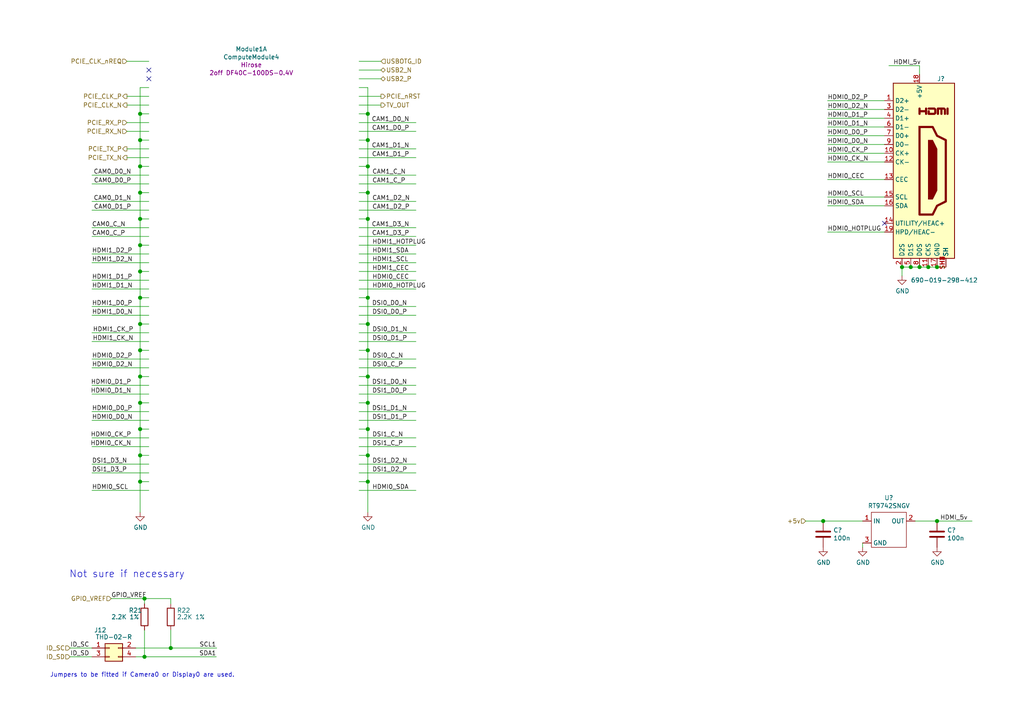
<source format=kicad_sch>
(kicad_sch (version 20250114) (generator "eeschema") (generator_version "9.0")
  (paper "A4")
  (lib_symbols
    (symbol "CM4IO:ComputeModule4-CM4"
      (property "Reference" "Module" (at 113.03 -68.58 0))
      (property "Value" "ComputeModule4-CM4" (at 140.97 2.54 0))
      (property "Field4" "Hirose" (at 0 0 0))
      (property "Field5" "2x DF40C-100DS-0.4V" (at 0 -2.54 0))
      (symbol "ComputeModule4-CM4_1_0"
        (text "GPIO" (at 0 6.35 0) (effects (font (size 1.27 1.27))))
      )
      (symbol "ComputeModule4-CM4_1_1"
        (rectangle (start -30.48 -71.12) (end 25.4 58.42))
        (text "600mA Max" (at -8.89 -48.26 0) (effects (font (size 1.27 1.27))))
        (text "600mA Max" (at -8.89 -53.34 0) (effects (font (size 1.27 1.27))))
        (text "NB SD signals are only available" (at -1.27 -27.94 0) (effects (font (size 1.27 1.27))))
        (text "on modules without eMMC" (at -1.27 -30.48 0) (effects (font (size 1.27 1.27))))
        (pin power_in line (at -33.02 55.88 0) (length 2.54) (name "GND") (number "2"))
        (pin passive line (at -33.02 53.34 0) (length 2.54) (name "Ethernet_Pair1_P") (number "4"))
        (pin passive line (at -33.02 50.8 0) (length 2.54) (name "Ethernet_Pair1_N") (number "6"))
        (pin power_in line (at -33.02 48.26 0) (length 2.54) (name "GND") (number "8"))
        (pin passive line (at -33.02 45.72 0) (length 2.54) (name "Ethernet_Pair0_N") (number "10"))
        (pin passive line (at -33.02 43.18 0) (length 2.54) (name "Ethernet_Pair0_P") (number "12"))
        (pin power_in line (at -33.02 40.64 0) (length 2.54) (name "GND") (number "14"))
        (pin input line (at -33.02 38.1 0) (length 2.54) (name "Ethernet_SYNC_IN(1.8v)") (number "16"))
        (pin input line (at -33.02 35.56 0) (length 2.54) (name "Ethernet_SYNC_OUT(1.8v)") (number "18"))
        (pin passive line (at -33.02 33.02 0) (length 2.54) (name "EEPROM_nWP") (number "20"))
        (pin power_in line (at -33.02 30.48 0) (length 2.54) (name "GND") (number "22"))
        (pin passive line (at -33.02 27.94 0) (length 2.54) (name "GPIO26") (number "24"))
        (pin passive line (at -33.02 25.4 0) (length 2.54) (name "GPIO19") (number "26"))
        (pin passive line (at -33.02 22.86 0) (length 2.54) (name "GPIO13") (number "28"))
        (pin passive line (at -33.02 20.32 0) (length 2.54) (name "GPIO6") (number "30"))
        (pin power_in line (at -33.02 17.78 0) (length 2.54) (name "GND") (number "32"))
        (pin passive line (at -33.02 15.24 0) (length 2.54) (name "GPIO5") (number "34"))
        (pin passive line (at -33.02 12.7 0) (length 2.54) (name "ID_SD") (number "36"))
        (pin passive line (at -33.02 10.16 0) (length 2.54) (name "GPIO11") (number "38"))
        (pin passive line (at -33.02 7.62 0) (length 2.54) (name "GPIO9") (number "40"))
        (pin power_in line (at -33.02 5.08 0) (length 2.54) (name "GND") (number "42"))
        (pin passive line (at -33.02 2.54 0) (length 2.54) (name "GPIO10") (number "44"))
        (pin passive line (at -33.02 0 0) (length 2.54) (name "GPIO22") (number "46"))
        (pin passive line (at -33.02 -2.54 0) (length 2.54) (name "GPIO27") (number "48"))
        (pin passive line (at -33.02 -5.08 0) (length 2.54) (name "GPIO17") (number "50"))
        (pin power_in line (at -33.02 -7.62 0) (length 2.54) (name "GND") (number "52"))
        (pin passive line (at -33.02 -10.16 0) (length 2.54) (name "GPIO4") (number "54"))
        (pin passive line (at -33.02 -12.7 0) (length 2.54) (name "GPIO3") (number "56"))
        (pin passive line (at -33.02 -15.24 0) (length 2.54) (name "GPIO2") (number "58"))
        (pin power_in line (at -33.02 -17.78 0) (length 2.54) (name "GND") (number "60"))
        (pin passive line (at -33.02 -20.32 0) (length 2.54) (name "SD_CMD") (number "62"))
        (pin passive line (at -33.02 -22.86 0) (length 2.54) (name "SD_DAT5") (number "64"))
        (pin power_in line (at -33.02 -25.4 0) (length 2.54) (name "GND") (number "66"))
        (pin passive line (at -33.02 -27.94 0) (length 2.54) (name "SD_DAT4") (number "68"))
        (pin passive line (at -33.02 -30.48 0) (length 2.54) (name "SD_DAT7") (number "70"))
        (pin passive line (at -33.02 -33.02 0) (length 2.54) (name "SD_DAT6") (number "72"))
        (pin power_in line (at -33.02 -35.56 0) (length 2.54) (name "GND") (number "74"))
        (pin passive line (at -33.02 -38.1 0) (length 2.54) (name "Reserved") (number "76"))
        (pin power_in line (at -33.02 -40.64 0) (length 2.54) (name "GPIO_VREF(1.8v/3.3v_Input)") (number "78"))
        (pin passive line (at -33.02 -43.18 0) (length 2.54) (name "SCL0") (number "80"))
        (pin passive line (at -33.02 -45.72 0) (length 2.54) (name "SDA0") (number "82"))
        (pin power_out line (at -33.02 -48.26 0) (length 2.54) (name "+3.3v_(Output)") (number "84"))
        (pin power_out line (at -33.02 -50.8 0) (length 2.54) (name "+3.3v_(Output)") (number "86"))
        (pin power_out line (at -33.02 -53.34 0) (length 2.54) (name "+1.8v_(Output)") (number "88"))
        (pin power_out line (at -33.02 -55.88 0) (length 2.54) (name "+1.8v_(Output)") (number "90"))
        (pin passive line (at -33.02 -58.42 0) (length 2.54) (name "RUN_PG") (number "92"))
        (pin passive line (at -33.02 -60.96 0) (length 2.54) (name "AnalogIP0") (number "94"))
        (pin passive line (at -33.02 -63.5 0) (length 2.54) (name "AnalogIP1") (number "96"))
        (pin power_in line (at -33.02 -66.04 0) (length 2.54) (name "GND") (number "98"))
        (pin output line (at -33.02 -68.58 0) (length 2.54) (name "nEXTRST") (number "100"))
        (pin power_in line (at 27.94 55.88 180) (length 2.54) (name "GND") (number "1"))
        (pin passive line (at 27.94 53.34 180) (length 2.54) (name "Ethernet_Pair3_P") (number "3"))
        (pin passive line (at 27.94 50.8 180) (length 2.54) (name "Ethernet_Pair3_N") (number "5"))
        (pin power_in line (at 27.94 48.26 180) (length 2.54) (name "GND") (number "7"))
        (pin passive line (at 27.94 45.72 180) (length 2.54) (name "Ethernet_Pair2_N") (number "9"))
        (pin passive line (at 27.94 43.18 180) (length 2.54) (name "Ethernet_Pair2_P") (number "11"))
        (pin power_in line (at 27.94 40.64 180) (length 2.54) (name "GND") (number "13"))
        (pin output line (at 27.94 38.1 180) (length 2.54) (name "Ethernet_nLED3(3.3v)") (number "15"))
        (pin output line (at 27.94 35.56 180) (length 2.54) (name "Ethernet_nLED2(3.3v)") (number "17"))
        (pin output line (at 27.94 33.02 180) (length 2.54) (name "Ethernet_nLED1(3.3v)") (number "19"))
        (pin open_collector line (at 27.94 30.48 180) (length 2.54) (name "PI_nLED_Activity") (number "21"))
        (pin power_in line (at 27.94 27.94 180) (length 2.54) (name "GND") (number "23"))
        (pin passive line (at 27.94 25.4 180) (length 2.54) (name "GPIO21") (number "25"))
        (pin passive line (at 27.94 22.86 180) (length 2.54) (name "GPIO20") (number "27"))
        (pin passive line (at 27.94 20.32 180) (length 2.54) (name "GPIO16") (number "29"))
        (pin passive line (at 27.94 17.78 180) (length 2.54) (name "GPIO12") (number "31"))
        (pin power_in line (at 27.94 15.24 180) (length 2.54) (name "GND") (number "33"))
        (pin passive line (at 27.94 12.7 180) (length 2.54) (name "ID_SC") (number "35"))
        (pin passive line (at 27.94 10.16 180) (length 2.54) (name "GPIO7") (number "37"))
        (pin passive line (at 27.94 7.62 180) (length 2.54) (name "GPIO8") (number "39"))
        (pin passive line (at 27.94 5.08 180) (length 2.54) (name "GPIO25") (number "41"))
        (pin power_in line (at 27.94 2.54 180) (length 2.54) (name "GND") (number "43"))
        (pin passive line (at 27.94 0 180) (length 2.54) (name "GPIO24") (number "45"))
        (pin passive line (at 27.94 -2.54 180) (length 2.54) (name "GPIO23") (number "47"))
        (pin passive line (at 27.94 -5.08 180) (length 2.54) (name "GPIO18") (number "49"))
        (pin passive line (at 27.94 -7.62 180) (length 2.54) (name "GPIO15") (number "51"))
        (pin power_in line (at 27.94 -10.16 180) (length 2.54) (name "GND") (number "53"))
        (pin passive line (at 27.94 -12.7 180) (length 2.54) (name "GPIO14") (number "55"))
        (pin passive line (at 27.94 -15.24 180) (length 2.54) (name "SD_CLK") (number "57"))
        (pin power_in line (at 27.94 -17.78 180) (length 2.54) (name "GND") (number "59"))
        (pin passive line (at 27.94 -20.32 180) (length 2.54) (name "SD_DAT3") (number "61"))
        (pin passive line (at 27.94 -22.86 180) (length 2.54) (name "SD_DAT0") (number "63"))
        (pin power_in line (at 27.94 -25.4 180) (length 2.54) (name "GND") (number "65"))
        (pin passive line (at 27.94 -27.94 180) (length 2.54) (name "SD_DAT1") (number "67"))
        (pin passive line (at 27.94 -30.48 180) (length 2.54) (name "SD_DAT2") (number "69"))
        (pin power_in line (at 27.94 -33.02 180) (length 2.54) (name "GND") (number "71"))
        (pin input line (at 27.94 -35.56 180) (length 2.54) (name "SD_VDD_Override") (number "73"))
        (pin output line (at 27.94 -38.1 180) (length 2.54) (name "SD_PWR_ON") (number "75"))
        (pin power_in line (at 27.94 -40.64 180) (length 2.54) (name "+5v_(Input)") (number "77"))
        (pin power_in line (at 27.94 -43.18 180) (length 2.54) (name "+5v_(Input)") (number "79"))
        (pin power_in line (at 27.94 -45.72 180) (length 2.54) (name "+5v_(Input)") (number "81"))
        (pin power_in line (at 27.94 -48.26 180) (length 2.54) (name "+5v_(Input)") (number "83"))
        (pin power_in line (at 27.94 -50.8 180) (length 2.54) (name "+5v_(Input)") (number "85"))
        (pin power_in line (at 27.94 -53.34 180) (length 2.54) (name "+5v_(Input)") (number "87"))
        (pin power_in line (at 27.94 -55.88 180) (length 2.54) (name "WiFi_nDisable") (number "89"))
        (pin power_in line (at 27.94 -58.42 180) (length 2.54) (name "BT_nDisable") (number "91"))
        (pin input line (at 27.94 -60.96 180) (length 2.54) (name "nRPIBOOT") (number "93"))
        (pin output line (at 27.94 -63.5 180) (length 2.54) (name "nPI_LED_PWR") (number "95"))
        (pin passive line (at 27.94 -66.04 180) (length 2.54) (name "Camera_GPIO") (number "97"))
        (pin input line (at 27.94 -68.58 180) (length 2.54) (name "Global_EN") (number "99"))
      )
      (symbol "ComputeModule4-CM4_2_1"
        (rectangle (start 114.3 -66.04) (end 165.1 63.5))
        (text "High Speed Serial" (at 140.97 0 0) (effects (font (size 1.27 1.27))))
        (pin input line (at 109.22 60.96 0) (length 5.08) (name "PCIe_CLK_nREQ") (number "102"))
        (pin passive line (at 109.22 58.42 0) (length 5.08) (name "Reserved") (number "104"))
        (pin passive line (at 109.22 55.88 0) (length 5.08) (name "Reserved") (number "106"))
        (pin power_in line (at 109.22 53.34 0) (length 5.08) (name "GND") (number "108"))
        (pin output line (at 109.22 50.8 0) (length 5.08) (name "PCIe_CLK_P") (number "110"))
        (pin output line (at 109.22 48.26 0) (length 5.08) (name "PCIe_CLK_N") (number "112"))
        (pin power_in line (at 109.22 45.72 0) (length 5.08) (name "GND") (number "114"))
        (pin input line (at 109.22 43.18 0) (length 5.08) (name "PCIe_RX_P") (number "116"))
        (pin input line (at 109.22 40.64 0) (length 5.08) (name "PCIe_RX_N") (number "118"))
        (pin power_in line (at 109.22 38.1 0) (length 5.08) (name "GND") (number "120"))
        (pin output line (at 109.22 35.56 0) (length 5.08) (name "PCIe_TX_P") (number "122"))
        (pin output line (at 109.22 33.02 0) (length 5.08) (name "PCIe_TX_N") (number "124"))
        (pin power_in line (at 109.22 30.48 0) (length 5.08) (name "GND") (number "126"))
        (pin input line (at 109.22 27.94 0) (length 5.08) (name "CAM0_D0_N") (number "128"))
        (pin input line (at 109.22 25.4 0) (length 5.08) (name "CAM0_D0_P") (number "130"))
        (pin power_in line (at 109.22 22.86 0) (length 5.08) (name "GND") (number "132"))
        (pin input line (at 109.22 20.32 0) (length 5.08) (name "CAM0_D1_N") (number "134"))
        (pin input line (at 109.22 17.78 0) (length 5.08) (name "CAM0_D1_P") (number "136"))
        (pin power_in line (at 109.22 15.24 0) (length 5.08) (name "GND") (number "138"))
        (pin input line (at 109.22 12.7 0) (length 5.08) (name "CAM0_C_N") (number "140"))
        (pin input line (at 109.22 10.16 0) (length 5.08) (name "CAM0_C_P") (number "142"))
        (pin power_in line (at 109.22 7.62 0) (length 5.08) (name "GND") (number "144"))
        (pin output line (at 109.22 5.08 0) (length 5.08) (name "HDMI1_TX2_P") (number "146"))
        (pin output line (at 109.22 2.54 0) (length 5.08) (name "HDMI1_TX2_N") (number "148"))
        (pin power_in line (at 109.22 0 0) (length 5.08) (name "GND") (number "150"))
        (pin output line (at 109.22 -2.54 0) (length 5.08) (name "HDMI1_TX1_P") (number "152"))
        (pin output line (at 109.22 -5.08 0) (length 5.08) (name "HDMI1_TX1_N") (number "154"))
        (pin power_in line (at 109.22 -7.62 0) (length 5.08) (name "GND") (number "156"))
        (pin output line (at 109.22 -10.16 0) (length 5.08) (name "HDMI1_TX0_P") (number "158"))
        (pin output line (at 109.22 -12.7 0) (length 5.08) (name "HDMI1_TX0_N") (number "160"))
        (pin power_in line (at 109.22 -15.24 0) (length 5.08) (name "GND") (number "162"))
        (pin output line (at 109.22 -17.78 0) (length 5.08) (name "HDMI1_CLK_P") (number "164"))
        (pin output line (at 109.22 -20.32 0) (length 5.08) (name "HDMI1_CLK_N") (number "166"))
        (pin power_in line (at 109.22 -22.86 0) (length 5.08) (name "GND") (number "168"))
        (pin output line (at 109.22 -25.4 0) (length 5.08) (name "HDMI0_TX2_P") (number "170"))
        (pin output line (at 109.22 -27.94 0) (length 5.08) (name "HDMI0_TX2_N") (number "172"))
        (pin power_in line (at 109.22 -30.48 0) (length 5.08) (name "GND") (number "174"))
        (pin output line (at 109.22 -33.02 0) (length 5.08) (name "HDMI0_TX1_P") (number "176"))
        (pin output line (at 109.22 -35.56 0) (length 5.08) (name "HDMI0_TX1_N") (number "178"))
        (pin power_in line (at 109.22 -38.1 0) (length 5.08) (name "GND") (number "180"))
        (pin output line (at 109.22 -40.64 0) (length 5.08) (name "HDMI0_TX0_P") (number "182"))
        (pin output line (at 109.22 -43.18 0) (length 5.08) (name "HDMI0_TX0_N") (number "184"))
        (pin power_in line (at 109.22 -45.72 0) (length 5.08) (name "GND") (number "186"))
        (pin output line (at 109.22 -48.26 0) (length 5.08) (name "HDMI0_CLK_P") (number "188"))
        (pin output line (at 109.22 -50.8 0) (length 5.08) (name "HDMI0_CLK_N") (number "190"))
        (pin power_in line (at 109.22 -53.34 0) (length 5.08) (name "GND") (number "192"))
        (pin output line (at 109.22 -55.88 0) (length 5.08) (name "DSI1_D3_N") (number "194"))
        (pin output line (at 109.22 -58.42 0) (length 5.08) (name "DSI1_D3_P") (number "196"))
        (pin power_in line (at 109.22 -60.96 0) (length 5.08) (name "GND") (number "198"))
        (pin open_collector line (at 109.22 -63.5 0) (length 5.08) (name "HDMI0_SCL") (number "200"))
        (pin input line (at 170.18 60.96 180) (length 5.08) (name "USB_OTG_ID") (number "101"))
        (pin passive line (at 170.18 58.42 180) (length 5.08) (name "USB2_N") (number "103"))
        (pin passive line (at 170.18 55.88 180) (length 5.08) (name "USB2_P") (number "105"))
        (pin power_in line (at 170.18 53.34 180) (length 5.08) (name "GND") (number "107"))
        (pin bidirectional line (at 170.18 50.8 180) (length 5.08) (name "PCIe_nRST") (number "109"))
        (pin passive line (at 170.18 48.26 180) (length 5.08) (name "VDAC_COMP") (number "111"))
        (pin power_in line (at 170.18 45.72 180) (length 5.08) (name "GND") (number "113"))
        (pin input line (at 170.18 43.18 180) (length 5.08) (name "CAM1_D0_N") (number "115"))
        (pin input line (at 170.18 40.64 180) (length 5.08) (name "CAM1_D0_P") (number "117"))
        (pin power_in line (at 170.18 38.1 180) (length 5.08) (name "GND") (number "119"))
        (pin input line (at 170.18 35.56 180) (length 5.08) (name "CAM1_D1_N") (number "121"))
        (pin input line (at 170.18 33.02 180) (length 5.08) (name "CAM1_D1_P") (number "123"))
        (pin power_in line (at 170.18 30.48 180) (length 5.08) (name "GND") (number "125"))
        (pin input line (at 170.18 27.94 180) (length 5.08) (name "CAM1_C_N") (number "127"))
        (pin input line (at 170.18 25.4 180) (length 5.08) (name "CAM1_C_P") (number "129"))
        (pin power_in line (at 170.18 22.86 180) (length 5.08) (name "GND") (number "131"))
        (pin input line (at 170.18 20.32 180) (length 5.08) (name "CAM1_D2_N") (number "133"))
        (pin input line (at 170.18 17.78 180) (length 5.08) (name "CAM1_D2_P") (number "135"))
        (pin power_in line (at 170.18 15.24 180) (length 5.08) (name "GND") (number "137"))
        (pin input line (at 170.18 12.7 180) (length 5.08) (name "CAM1_D3_N") (number "139"))
        (pin input line (at 170.18 10.16 180) (length 5.08) (name "CAM1_D3_P") (number "141"))
        (pin input line (at 170.18 7.62 180) (length 5.08) (name "HDMI1_HOTPLUG") (number "143"))
        (pin bidirectional line (at 170.18 5.08 180) (length 5.08) (name "HDMI1_SDA") (number "145"))
        (pin open_collector line (at 170.18 2.54 180) (length 5.08) (name "HDMI1_SCL") (number "147"))
        (pin open_collector line (at 170.18 0 180) (length 5.08) (name "HDMI1_CEC") (number "149"))
        (pin open_collector line (at 170.18 -2.54 180) (length 5.08) (name "HDMI0_CEC") (number "151"))
        (pin input line (at 170.18 -5.08 180) (length 5.08) (name "HDMI0_HOTPLUG") (number "153"))
        (pin power_in line (at 170.18 -7.62 180) (length 5.08) (name "GND") (number "155"))
        (pin output line (at 170.18 -10.16 180) (length 5.08) (name "DSI0_D0_N") (number "157"))
        (pin output line (at 170.18 -12.7 180) (length 5.08) (name "DSI0_D0_P") (number "159"))
        (pin power_in line (at 170.18 -15.24 180) (length 5.08) (name "GND") (number "161"))
        (pin output line (at 170.18 -17.78 180) (length 5.08) (name "DSI0_D1_N") (number "163"))
        (pin output line (at 170.18 -20.32 180) (length 5.08) (name "DSI0_D1_P") (number "165"))
        (pin power_in line (at 170.18 -22.86 180) (length 5.08) (name "GND") (number "167"))
        (pin output line (at 170.18 -25.4 180) (length 5.08) (name "DSI0_C_N") (number "169"))
        (pin output line (at 170.18 -27.94 180) (length 5.08) (name "DSI0_C_P") (number "171"))
        (pin power_in line (at 170.18 -30.48 180) (length 5.08) (name "GND") (number "173"))
        (pin output line (at 170.18 -33.02 180) (length 5.08) (name "DSI1_D0_N") (number "175"))
        (pin output line (at 170.18 -35.56 180) (length 5.08) (name "DSI1_D0_P") (number "177"))
        (pin power_in line (at 170.18 -38.1 180) (length 5.08) (name "GND") (number "179"))
        (pin output line (at 170.18 -40.64 180) (length 5.08) (name "DSI1_D1_N") (number "181"))
        (pin output line (at 170.18 -43.18 180) (length 5.08) (name "DSI1_D1_P") (number "183"))
        (pin power_in line (at 170.18 -45.72 180) (length 5.08) (name "GND") (number "185"))
        (pin output line (at 170.18 -48.26 180) (length 5.08) (name "DSI1_C_N") (number "187"))
        (pin output line (at 170.18 -50.8 180) (length 5.08) (name "DSI1_C_P") (number "189"))
        (pin power_in line (at 170.18 -53.34 180) (length 5.08) (name "GND") (number "191"))
        (pin output line (at 170.18 -55.88 180) (length 5.08) (name "DSI1_D2_N") (number "193"))
        (pin output line (at 170.18 -58.42 180) (length 5.08) (name "DSI1_D2_P") (number "195"))
        (pin power_in line (at 170.18 -60.96 180) (length 5.08) (name "GND") (number "197"))
        (pin bidirectional line (at 170.18 -63.5 180) (length 5.08) (name "HDMI0_SDA") (number "199"))
      )
    )
    (symbol "CM4IO:HDMI_A_1.4"
      (property "Reference" "J" (at -6.35 26.67 0))
      (property "Value" "HDMI_A_1.4" (at 10.16 26.67 0))
      (symbol "HDMI_A_1.4_0_0"
        (polyline (pts (xy 0 16.51) (xy 0 18.034) (xy 0 17.272) (xy 1.905 17.272) (xy 1.905 18.034) (xy 1.905 16.51)) (stroke (width 0.635)))
        (polyline (pts (xy 2.667 18.034) (xy 4.318 18.034) (xy 4.572 17.78) (xy 4.572 16.764) (xy 4.318 16.51) (xy 2.667 16.51) (xy 2.667 17.272)) (stroke (width 0.635)))
        (polyline (pts (xy 8.128 16.51) (xy 8.128 18.034)) (stroke (width 0.635)))
        (pin passive line (at 7.62 -27.94 90) (length 2.54) (name "SH") (number "SH2"))
        (pin passive line (at 7.62 -27.94 90) (length 2.54) (name "SH") (number "SH3"))
        (pin passive line (at 7.62 -27.94 90) (length 2.54) (name "SH") (number "SH4"))
      )
      (symbol "HDMI_A_1.4_0_1"
        (rectangle (start -7.62 25.4) (end 10.16 -25.4) (stroke (width 0.254)) (fill (type background)))
        (polyline (pts (xy 0 12.7) (xy 0 -12.7) (xy 3.81 -12.7) (xy 5.08 -10.16) (xy 7.62 -8.89) (xy 7.62 8.89) (xy 5.08 10.16) (xy 3.81 12.7) (xy 0 12.7)) (stroke (width 0.635)))
        (polyline (pts (xy 2.54 8.89) (xy 3.81 8.89) (xy 5.08 6.35) (xy 5.08 -5.715) (xy 3.81 -8.255) (xy 2.54 -8.255) (xy 2.54 8.89)) (fill (type outline)))
        (polyline (pts (xy 5.334 16.51) (xy 5.334 18.034) (xy 6.35 18.034) (xy 6.35 16.51) (xy 6.35 18.034) (xy 7.112 18.034) (xy 7.366 17.78) (xy 7.366 16.51)) (stroke (width 0.635)))
      )
      (symbol "HDMI_A_1.4_1_1"
        (pin passive line (at -10.16 20.32 0) (length 2.54) (name "D2+") (number "1"))
        (pin passive line (at -10.16 17.78 0) (length 2.54) (name "D2-") (number "3"))
        (pin passive line (at -10.16 15.24 0) (length 2.54) (name "D1+") (number "4"))
        (pin passive line (at -10.16 12.7 0) (length 2.54) (name "D1-") (number "6"))
        (pin passive line (at -10.16 10.16 0) (length 2.54) (name "D0+") (number "7"))
        (pin passive line (at -10.16 7.62 0) (length 2.54) (name "D0-") (number "9"))
        (pin passive line (at -10.16 5.08 0) (length 2.54) (name "CK+") (number "10"))
        (pin passive line (at -10.16 2.54 0) (length 2.54) (name "CK-") (number "12"))
        (pin bidirectional line (at -10.16 -2.54 0) (length 2.54) (name "CEC") (number "13"))
        (pin passive line (at -10.16 -7.62 0) (length 2.54) (name "SCL") (number "15"))
        (pin bidirectional line (at -10.16 -10.16 0) (length 2.54) (name "SDA") (number "16"))
        (pin passive line (at -10.16 -15.24 0) (length 2.54) (name "UTILITY/HEAC+") (number "14"))
        (pin passive line (at -10.16 -17.78 0) (length 2.54) (name "HPD/HEAC-") (number "19"))
        (pin power_in line (at -5.08 -27.94 90) (length 2.54) (name "D2S") (number "2"))
        (pin power_in line (at -2.54 -27.94 90) (length 2.54) (name "D1S") (number "5"))
        (pin power_in line (at 0 27.94 270) (length 2.54) (name "+5V") (number "18"))
        (pin power_in line (at 0 -27.94 90) (length 2.54) (name "D0S") (number "8"))
        (pin power_in line (at 2.54 -27.94 90) (length 2.54) (name "CKS") (number "11"))
        (pin power_in line (at 5.08 -27.94 90) (length 2.54) (name "GND") (number "17"))
        (pin passive line (at 7.62 -27.94 90) (length 2.54) (name "SH") (number "SH1"))
      )
    )
    (symbol "CM4IO:RT9742SNGV"
      (property "Reference" "U12" (at 2.54 10.541 0))
      (property "Value" "RT9742SNGV" (at 2.54 8.2296 0))
      (symbol "RT9742SNGV_0_1"
        (rectangle (start -2.54 6.35) (end 7.62 -3.81))
      )
      (symbol "RT9742SNGV_1_1"
        (pin power_in line (at -5.08 3.81 0) (length 2.54) (name "IN") (number "1"))
        (pin power_in line (at -5.08 -2.54 0) (length 2.54) (name "GND") (number "3"))
        (pin output line (at 10.16 3.81 180) (length 2.54) (name "OUT") (number "2"))
      )
    )
    (symbol "Connector_Generic:Conn_02x02_Odd_Even" (pin_names (hide yes))
      (property "Reference" "J" (at 1.27 2.54 0))
      (property "Value" "Conn_02x02_Odd_Even" (at 1.27 -5.08 0))
      (symbol "Conn_02x02_Odd_Even_1_1"
        (rectangle (start -1.27 1.27) (end 3.81 -3.81) (stroke (width 0.254)) (fill (type background)))
        (rectangle (start -1.27 0.127) (end 0 -0.127))
        (rectangle (start -1.27 -2.413) (end 0 -2.667))
        (rectangle (start 3.81 0.127) (end 2.54 -0.127))
        (rectangle (start 3.81 -2.413) (end 2.54 -2.667))
        (pin passive line (at -5.08 0 0) (length 3.81) (name "Pin_1") (number "1"))
        (pin passive line (at -5.08 -2.54 0) (length 3.81) (name "Pin_3") (number "3"))
        (pin passive line (at 7.62 0 180) (length 3.81) (name "Pin_2") (number "2"))
        (pin passive line (at 7.62 -2.54 180) (length 3.81) (name "Pin_4") (number "4"))
      )
    )
    (symbol "Device:C" (pin_numbers (hide yes)) (pin_names (offset 0.254))
      (property "Reference" "C" (at 0.635 2.54 0))
      (property "Value" "C" (at 0.635 -2.54 0))
      (symbol "C_0_1"
        (polyline (pts (xy -2.032 0.762) (xy 2.032 0.762)) (stroke (width 0.508)))
        (polyline (pts (xy -2.032 -0.762) (xy 2.032 -0.762)) (stroke (width 0.508)))
      )
      (symbol "C_1_1"
        (pin passive line (at 0 3.81 270) (length 2.794) (name "~") (number "1"))
        (pin passive line (at 0 -3.81 90) (length 2.794) (name "~") (number "2"))
      )
    )
    (symbol "Device:R" (pin_numbers (hide yes)) (pin_names (offset 0))
      (property "Reference" "R" (at 2.032 0 90))
      (property "Value" "R" (at 0 0 90))
      (symbol "R_0_1"
        (rectangle (start -1.016 -2.54) (end 1.016 2.54) (stroke (width 0.254)))
      )
      (symbol "R_1_1"
        (pin passive line (at 0 3.81 270) (length 1.27) (name "~") (number "1"))
        (pin passive line (at 0 -3.81 90) (length 1.27) (name "~") (number "2"))
      )
    )
    (symbol "power:GND" (power) (pin_names (offset 0))
      (property "Value" "GND" (at 0 -3.81 0))
      (symbol "GND_0_1"
        (polyline (pts (xy 0 0) (xy 0 -1.27) (xy 1.27 -1.27) (xy 0 -2.54) (xy -1.27 -1.27) (xy 0 -1.27)))
      )
      (symbol "GND_1_1"
        (pin power_in line (at 0 0 270) (length 0) (hide yes) (name "GND") (number "1"))
      )
    )
  )
  (text "Not sure if necessary" (at 36.83 166.624 0) (effects (font (size 2.032 2.032))))
  (text "Jumpers to be fitted if Camera0 or Display0 are used.\n" (at 68.072 196.596 0) (effects (font (size 1.27 1.27)) (justify right bottom)))
  (junction (at 40.64 86.36) (diameter 1.016))
  (junction (at 40.64 48.26) (diameter 1.016))
  (junction (at 41.91 173.609) (diameter 1.016))
  (junction (at 106.68 63.5) (diameter 1.016))
  (junction (at 40.64 124.46) (diameter 1.016))
  (junction (at 49.53 187.96) (diameter 1.016))
  (junction (at 106.68 116.84) (diameter 1.016))
  (junction (at 106.68 124.46) (diameter 1.016))
  (junction (at 238.76 151.13) (diameter 1.016))
  (junction (at 106.68 55.88) (diameter 1.016))
  (junction (at 40.64 139.7) (diameter 1.016))
  (junction (at 40.64 63.5) (diameter 1.016))
  (junction (at 40.64 33.02) (diameter 1.016))
  (junction (at 106.68 33.02) (diameter 1.016))
  (junction (at 106.68 40.64) (diameter 1.016))
  (junction (at 106.68 101.6) (diameter 1.016))
  (junction (at 264.16 77.47) (diameter 1.016))
  (junction (at 271.78 77.47) (diameter 1.016))
  (junction (at 40.64 116.84) (diameter 1.016))
  (junction (at 40.64 71.12) (diameter 1.016))
  (junction (at 40.64 132.08) (diameter 1.016))
  (junction (at 266.7 77.47) (diameter 1.016))
  (junction (at 40.64 55.88) (diameter 1.016))
  (junction (at 106.68 109.22) (diameter 1.016))
  (junction (at 261.62 77.47) (diameter 1.016))
  (junction (at 40.64 93.98) (diameter 1.016))
  (junction (at 40.64 101.6) (diameter 1.016))
  (junction (at 106.68 139.7) (diameter 1.016))
  (junction (at 41.91 190.5) (diameter 1.016))
  (junction (at 106.68 86.36) (diameter 1.016))
  (junction (at 40.64 109.22) (diameter 1.016))
  (junction (at 269.24 77.47) (diameter 1.016))
  (junction (at 106.68 93.98) (diameter 1.016))
  (junction (at 40.64 40.64) (diameter 1.016))
  (junction (at 40.64 78.74) (diameter 1.016))
  (junction (at 271.78 151.13) (diameter 1.016))
  (junction (at 106.68 48.26) (diameter 1.016))
  (junction (at 106.68 132.08) (diameter 1.016))
  (no_connect (at 43.18 22.86))
  (no_connect (at 43.18 20.32))
  (no_connect (at 256.54 64.77))
  (wire (pts (xy 20.32 190.5) (xy 26.67 190.5)))
  (wire (pts (xy 40.64 78.74) (xy 40.64 86.36)))
  (wire (pts (xy 36.83 30.48) (xy 43.18 30.48)))
  (wire (pts (xy 40.64 86.36) (xy 40.64 93.98)))
  (wire (pts (xy 106.68 124.46) (xy 106.68 132.08)))
  (wire (pts (xy 40.64 124.46) (xy 40.64 132.08)))
  (wire (pts (xy 104.14 139.7) (xy 106.68 139.7)))
  (wire (pts (xy 40.64 55.88) (xy 40.64 63.5)))
  (wire (pts (xy 104.14 104.14) (xy 120.65 104.14)))
  (wire (pts (xy 271.78 151.13) (xy 281.94 151.13)))
  (wire (pts (xy 240.03 41.91) (xy 256.54 41.91)))
  (wire (pts (xy 43.18 139.7) (xy 40.64 139.7)))
  (wire (pts (xy 106.68 55.88) (xy 106.68 48.26)))
  (wire (pts (xy 104.14 124.46) (xy 106.68 124.46)))
  (wire (pts (xy 26.67 91.44) (xy 43.18 91.44)))
  (wire (pts (xy 104.14 58.42) (xy 120.65 58.42)))
  (wire (pts (xy 43.18 58.42) (xy 26.67 58.42)))
  (wire (pts (xy 41.91 182.753) (xy 41.91 190.5)))
  (wire (pts (xy 106.68 63.5) (xy 106.68 55.88)))
  (wire (pts (xy 43.18 35.56) (xy 36.83 35.56)))
  (wire (pts (xy 120.65 43.18) (xy 104.14 43.18)))
  (wire (pts (xy 104.14 60.96) (xy 120.65 60.96)))
  (wire (pts (xy 39.37 190.5) (xy 41.91 190.5)))
  (wire (pts (xy 266.7 77.47) (xy 269.24 77.47)))
  (wire (pts (xy 26.67 81.28) (xy 43.18 81.28)))
  (wire (pts (xy 40.64 40.64) (xy 40.64 48.26)))
  (wire (pts (xy 104.14 129.54) (xy 120.65 129.54)))
  (wire (pts (xy 240.03 36.83) (xy 256.54 36.83)))
  (wire (pts (xy 106.68 132.08) (xy 106.68 139.7)))
  (wire (pts (xy 240.03 52.07) (xy 256.54 52.07)))
  (wire (pts (xy 120.65 88.9) (xy 104.14 88.9)))
  (wire (pts (xy 120.65 68.58) (xy 104.14 68.58)))
  (wire (pts (xy 26.67 104.14) (xy 43.18 104.14)))
  (wire (pts (xy 40.64 132.08) (xy 40.64 139.7)))
  (wire (pts (xy 40.64 71.12) (xy 40.64 78.74)))
  (wire (pts (xy 106.68 101.6) (xy 106.68 109.22)))
  (wire (pts (xy 257.81 19.05) (xy 266.7 19.05)))
  (wire (pts (xy 43.18 99.06) (xy 26.67 99.06)))
  (wire (pts (xy 106.68 86.36) (xy 106.68 93.98)))
  (wire (pts (xy 26.67 137.16) (xy 43.18 137.16)))
  (wire (pts (xy 104.14 101.6) (xy 106.68 101.6)))
  (wire (pts (xy 43.18 127) (xy 26.67 127)))
  (wire (pts (xy 104.14 76.2) (xy 120.65 76.2)))
  (wire (pts (xy 36.83 43.18) (xy 43.18 43.18)))
  (wire (pts (xy 49.53 173.609) (xy 49.53 175.133)))
  (wire (pts (xy 41.91 190.5) (xy 62.738 190.5)))
  (wire (pts (xy 265.43 151.13) (xy 271.78 151.13)))
  (wire (pts (xy 261.62 77.47) (xy 261.62 80.01)))
  (wire (pts (xy 104.14 81.28) (xy 120.65 81.28)))
  (wire (pts (xy 104.14 27.94) (xy 110.49 27.94)))
  (wire (pts (xy 36.83 27.94) (xy 43.18 27.94)))
  (wire (pts (xy 40.64 48.26) (xy 40.64 55.88)))
  (wire (pts (xy 233.68 151.13) (xy 238.76 151.13)))
  (wire (pts (xy 40.64 93.98) (xy 40.64 101.6)))
  (wire (pts (xy 104.14 48.26) (xy 106.68 48.26)))
  (wire (pts (xy 40.64 116.84) (xy 40.64 124.46)))
  (wire (pts (xy 106.68 63.5) (xy 106.68 86.36)))
  (wire (pts (xy 40.64 33.02) (xy 40.64 40.64)))
  (wire (pts (xy 40.64 63.5) (xy 40.64 71.12)))
  (wire (pts (xy 264.16 77.47) (xy 266.7 77.47)))
  (wire (pts (xy 104.14 71.12) (xy 120.65 71.12)))
  (wire (pts (xy 104.14 55.88) (xy 106.68 55.88)))
  (wire (pts (xy 240.03 57.15) (xy 256.54 57.15)))
  (wire (pts (xy 104.14 78.74) (xy 120.65 78.74)))
  (wire (pts (xy 240.03 67.31) (xy 256.54 67.31)))
  (wire (pts (xy 120.65 91.44) (xy 104.14 91.44)))
  (wire (pts (xy 26.67 68.58) (xy 43.18 68.58)))
  (wire (pts (xy 120.65 114.3) (xy 104.14 114.3)))
  (wire (pts (xy 104.14 53.34) (xy 120.65 53.34)))
  (wire (pts (xy 26.67 106.68) (xy 43.18 106.68)))
  (wire (pts (xy 120.65 38.1) (xy 104.14 38.1)))
  (wire (pts (xy 40.64 33.02) (xy 43.18 33.02)))
  (wire (pts (xy 104.14 96.52) (xy 120.65 96.52)))
  (wire (pts (xy 240.03 46.99) (xy 256.54 46.99)))
  (wire (pts (xy 238.76 151.13) (xy 250.19 151.13)))
  (wire (pts (xy 240.03 44.45) (xy 256.54 44.45)))
  (wire (pts (xy 43.18 129.54) (xy 26.67 129.54)))
  (wire (pts (xy 40.64 25.4) (xy 40.64 33.02)))
  (wire (pts (xy 36.83 45.72) (xy 43.18 45.72)))
  (wire (pts (xy 104.14 33.02) (xy 106.68 33.02)))
  (wire (pts (xy 26.67 142.24) (xy 43.18 142.24)))
  (wire (pts (xy 40.64 93.98) (xy 43.18 93.98)))
  (wire (pts (xy 40.64 139.7) (xy 40.64 148.59)))
  (wire (pts (xy 40.64 124.46) (xy 43.18 124.46)))
  (wire (pts (xy 40.64 101.6) (xy 40.64 109.22)))
  (wire (pts (xy 49.53 182.753) (xy 49.53 187.96)))
  (wire (pts (xy 40.64 116.84) (xy 43.18 116.84)))
  (wire (pts (xy 36.83 17.78) (xy 43.18 17.78)))
  (wire (pts (xy 120.65 35.56) (xy 104.14 35.56)))
  (wire (pts (xy 43.18 111.76) (xy 26.67 111.76)))
  (wire (pts (xy 40.64 40.64) (xy 43.18 40.64)))
  (wire (pts (xy 269.24 77.47) (xy 271.78 77.47)))
  (wire (pts (xy 104.14 116.84) (xy 106.68 116.84)))
  (wire (pts (xy 41.91 173.609) (xy 49.53 173.609)))
  (wire (pts (xy 26.67 119.38) (xy 43.18 119.38)))
  (wire (pts (xy 266.7 19.05) (xy 266.7 21.59)))
  (wire (pts (xy 104.14 127) (xy 120.65 127)))
  (wire (pts (xy 40.64 109.22) (xy 43.18 109.22)))
  (wire (pts (xy 104.14 142.24) (xy 120.65 142.24)))
  (wire (pts (xy 104.14 99.06) (xy 120.65 99.06)))
  (wire (pts (xy 43.18 38.1) (xy 36.83 38.1)))
  (wire (pts (xy 26.67 73.66) (xy 43.18 73.66)))
  (wire (pts (xy 43.18 114.3) (xy 26.67 114.3)))
  (wire (pts (xy 120.65 119.38) (xy 104.14 119.38)))
  (wire (pts (xy 106.68 109.22) (xy 106.68 116.84)))
  (wire (pts (xy 26.67 88.9) (xy 43.18 88.9)))
  (wire (pts (xy 104.14 40.64) (xy 106.68 40.64)))
  (wire (pts (xy 104.14 137.16) (xy 120.65 137.16)))
  (wire (pts (xy 40.64 48.26) (xy 43.18 48.26)))
  (wire (pts (xy 106.68 33.02) (xy 106.68 25.4)))
  (wire (pts (xy 40.64 101.6) (xy 43.18 101.6)))
  (wire (pts (xy 261.62 77.47) (xy 264.16 77.47)))
  (wire (pts (xy 240.03 39.37) (xy 256.54 39.37)))
  (wire (pts (xy 26.67 121.92) (xy 43.18 121.92)))
  (wire (pts (xy 120.65 121.92) (xy 104.14 121.92)))
  (wire (pts (xy 40.64 78.74) (xy 43.18 78.74)))
  (wire (pts (xy 106.68 93.98) (xy 106.68 101.6)))
  (wire (pts (xy 120.65 66.04) (xy 104.14 66.04)))
  (wire (pts (xy 104.14 106.68) (xy 120.65 106.68)))
  (wire (pts (xy 104.14 63.5) (xy 106.68 63.5)))
  (wire (pts (xy 40.64 71.12) (xy 43.18 71.12)))
  (wire (pts (xy 250.19 157.48) (xy 250.19 158.75)))
  (wire (pts (xy 104.14 50.8) (xy 120.65 50.8)))
  (wire (pts (xy 271.78 77.47) (xy 274.32 77.47)))
  (wire (pts (xy 240.03 59.69) (xy 256.54 59.69)))
  (wire (pts (xy 120.65 111.76) (xy 104.14 111.76)))
  (wire (pts (xy 39.37 187.96) (xy 49.53 187.96)))
  (wire (pts (xy 106.68 139.7) (xy 106.68 148.59)))
  (wire (pts (xy 43.18 132.08) (xy 40.64 132.08)))
  (wire (pts (xy 43.18 53.34) (xy 26.67 53.34)))
  (wire (pts (xy 26.67 83.82) (xy 43.18 83.82)))
  (wire (pts (xy 104.14 83.82) (xy 120.65 83.82)))
  (wire (pts (xy 32.258 173.609) (xy 41.91 173.609)))
  (wire (pts (xy 26.67 134.62) (xy 43.18 134.62)))
  (wire (pts (xy 43.18 50.8) (xy 26.67 50.8)))
  (wire (pts (xy 40.64 109.22) (xy 40.64 116.84)))
  (wire (pts (xy 104.14 20.32) (xy 110.49 20.32)))
  (wire (pts (xy 104.14 109.22) (xy 106.68 109.22)))
  (wire (pts (xy 104.14 22.86) (xy 110.49 22.86)))
  (wire (pts (xy 41.91 173.609) (xy 41.91 175.133)))
  (wire (pts (xy 106.68 48.26) (xy 106.68 40.64)))
  (wire (pts (xy 104.14 134.62) (xy 120.65 134.62)))
  (wire (pts (xy 104.14 73.66) (xy 120.65 73.66)))
  (wire (pts (xy 40.64 63.5) (xy 43.18 63.5)))
  (wire (pts (xy 49.53 187.96) (xy 62.865 187.96)))
  (wire (pts (xy 104.14 93.98) (xy 106.68 93.98)))
  (wire (pts (xy 106.68 25.4) (xy 104.14 25.4)))
  (wire (pts (xy 40.64 55.88) (xy 43.18 55.88)))
  (wire (pts (xy 43.18 96.52) (xy 26.67 96.52)))
  (wire (pts (xy 26.67 66.04) (xy 43.18 66.04)))
  (wire (pts (xy 110.49 17.78) (xy 104.14 17.78)))
  (wire (pts (xy 40.64 86.36) (xy 43.18 86.36)))
  (wire (pts (xy 20.32 187.96) (xy 26.67 187.96)))
  (wire (pts (xy 120.65 45.72) (xy 104.14 45.72)))
  (wire (pts (xy 106.68 116.84) (xy 106.68 124.46)))
  (wire (pts (xy 104.14 132.08) (xy 106.68 132.08)))
  (wire (pts (xy 240.03 29.21) (xy 256.54 29.21)))
  (wire (pts (xy 26.67 76.2) (xy 43.18 76.2)))
  (wire (pts (xy 104.14 30.48) (xy 110.49 30.48)))
  (wire (pts (xy 104.14 86.36) (xy 106.68 86.36)))
  (wire (pts (xy 43.18 25.4) (xy 40.64 25.4)))
  (wire (pts (xy 43.18 60.96) (xy 26.67 60.96)))
  (wire (pts (xy 240.03 31.75) (xy 256.54 31.75)))
  (wire (pts (xy 106.68 40.64) (xy 106.68 33.02)))
  (wire (pts (xy 240.03 34.29) (xy 256.54 34.29)))
  (label "HDMI0_D2_N" (at 240.03 31.75 0))
  (label "HDMI1_D2_N" (at 26.67 76.2 0))
  (label "HDMI0_CK_N" (at 240.03 46.99 0))
  (label "HDMI1_HOTPLUG" (at 107.95 71.12 0))
  (label "HDMI0_D0_P" (at 240.03 39.37 0))
  (label "DSI1_C_P" (at 107.95 129.54 0))
  (label "HDMI0_D2_N" (at 26.67 106.68 0))
  (label "CAM0_C_P" (at 26.67 68.58 0))
  (label "ID_SD" (at 25.908 190.5 180))
  (label "CAM0_D0_N" (at 38.1 50.8 180))
  (label "HDMI0_D1_N" (at 240.03 36.83 0))
  (label "HDMI0_SDA" (at 240.03 59.69 0))
  (label "HDMI1_SCL" (at 107.95 76.2 0))
  (label "DSI1_D2_P" (at 107.95 137.16 0))
  (label "HDMI_5v" (at 280.67 151.13 180))
  (label "CAM1_D3_P" (at 118.745 68.58 180))
  (label "HDMI1_D0_P" (at 26.67 88.9 0))
  (label "DSI0_D0_P" (at 118.11 91.44 180))
  (label "CAM0_C_N" (at 26.67 66.04 0))
  (label "HDMI0_D0_N" (at 26.67 121.92 0))
  (label "HDMI0_CK_P" (at 240.03 44.45 0))
  (label "DSI1_D0_P" (at 118.11 114.3 180))
  (label "DSI0_D0_N" (at 118.11 88.9 180))
  (label "HDMI0_HOTPLUG" (at 107.95 83.82 0))
  (label "HDMI0_D1_P" (at 240.03 34.29 0))
  (label "HDMI1_D0_N" (at 26.67 91.44 0))
  (label "CAM1_D1_P" (at 118.745 45.72 180))
  (label "HDMI0_D0_N" (at 240.03 41.91 0))
  (label "CAM1_D0_P" (at 118.745 38.1 180))
  (label "SDA1" (at 62.738 190.5 180))
  (label "HDMI0_D1_N" (at 38.1 114.3 180))
  (label "SCL1" (at 62.738 187.96 180))
  (label "HDMI0_D1_P" (at 38.1 111.76 180))
  (label "HDMI0_D2_P" (at 240.03 29.21 0))
  (label "HDMI1_D1_P" (at 26.67 81.28 0))
  (label "HDMI0_SCL" (at 26.67 142.24 0))
  (label "HDMI0_D0_P" (at 26.67 119.38 0))
  (label "HDMI0_CEC" (at 107.95 81.28 0))
  (label "GPIO_VREF" (at 32.258 173.609 0))
  (label "CAM0_D1_N" (at 38.1 58.42 180))
  (label "CAM0_D1_P" (at 38.1 60.96 180))
  (label "CAM1_D2_N" (at 107.95 58.42 0))
  (label "DSI1_D2_N" (at 107.95 134.62 0))
  (label "HDMI0_D2_P" (at 26.67 104.14 0))
  (label "HDMI0_CK_N" (at 38.1 129.54 180))
  (label "DSI0_C_P" (at 107.95 106.68 0))
  (label "CAM1_D0_N" (at 118.745 35.56 180))
  (label "DSI0_D1_P" (at 107.95 99.06 0))
  (label "HDMI_5v" (at 259.08 19.05 0))
  (label "HDMI0_CK_P" (at 38.1 127 180))
  (label "HDMI1_CK_N" (at 38.735 99.06 180))
  (label "CAM0_D0_P" (at 38.1 53.34 180))
  (label "HDMI0_HOTPLUG" (at 240.03 67.31 0))
  (label "DSI1_D3_P" (at 26.67 137.16 0))
  (label "ID_SC" (at 25.908 187.96 180))
  (label "DSI1_D1_N" (at 118.11 119.38 180))
  (label "CAM1_D3_N" (at 118.745 66.04 180))
  (label "CAM1_C_N" (at 107.95 50.8 0))
  (label "HDMI1_SDA" (at 107.95 73.66 0))
  (label "DSI1_C_N" (at 107.95 127 0))
  (label "HDMI1_CK_P" (at 38.735 96.52 180))
  (label "HDMI1_D2_P" (at 26.67 73.66 0))
  (label "DSI1_D0_N" (at 118.11 111.76 180))
  (label "CAM1_D1_N" (at 118.745 43.18 180))
  (label "CAM1_D2_P" (at 107.95 60.96 0))
  (label "CAM1_C_P" (at 107.95 53.34 0))
  (label "DSI1_D1_P" (at 118.11 121.92 180))
  (label "DSI1_D3_N" (at 26.67 134.62 0))
  (label "HDMI1_CEC" (at 107.95 78.74 0))
  (label "DSI0_D1_N" (at 107.95 96.52 0))
  (label "HDMI0_SDA" (at 107.95 142.24 0))
  (label "HDMI0_CEC" (at 240.03 52.07 0))
  (label "HDMI0_SCL" (at 240.03 57.15 0))
  (label "HDMI1_D1_N" (at 26.67 83.82 0))
  (label "DSI0_C_N" (at 107.95 104.14 0))
  (hierarchical_label "ID_SD" (shape input) (at 20.32 190.5 180))
  (hierarchical_label "TV_OUT" (shape output) (at 110.49 30.48 0))
  (hierarchical_label "PCIE_CLK_nREQ" (shape input) (at 36.83 17.78 180))
  (hierarchical_label "PCIE_TX_N" (shape output) (at 36.83 45.72 180))
  (hierarchical_label "USB2_P" (shape bidirectional) (at 110.49 22.86 0))
  (hierarchical_label "PCIE_nRST" (shape output) (at 110.49 27.94 0))
  (hierarchical_label "USBOTG_ID" (shape input) (at 110.49 17.78 0))
  (hierarchical_label "USB2_N" (shape bidirectional) (at 110.49 20.32 0))
  (hierarchical_label "GPIO_VREF" (shape input) (at 32.258 173.609 180))
  (hierarchical_label "PCIE_TX_P" (shape output) (at 36.83 43.18 180))
  (hierarchical_label "PCIE_CLK_P" (shape output) (at 36.83 27.94 180))
  (hierarchical_label "+5v" (shape input) (at 233.68 151.13 180))
  (hierarchical_label "PCIE_RX_P" (shape input) (at 36.83 35.56 180))
  (hierarchical_label "ID_SC" (shape input) (at 20.32 187.96 180))
  (hierarchical_label "PCIE_CLK_N" (shape output) (at 36.83 30.48 180))
  (hierarchical_label "PCIE_RX_N" (shape input) (at 36.83 38.1 180))
  (symbol (lib_id "power:GND") (at 261.62 80.01 0) (unit 1)
    (property "Reference" "#PWR?" (effects (hide yes)))
    (property "Value" "GND" (at 261.747 84.4042 0))
  )
  (symbol (lib_id "CM4IO:HDMI_A_1.4") (at 266.7 49.53 0) (unit 1)
    (property "Reference" "J?" (at 271.78 22.86 0) (effects (justify left)))
    (property "Value" "690-019-298-412" (at 264.16 81.28 0) (effects (justify left)))
    (property "Footprint" "CM4IO:EDAC 690-019-298-412" (effects (hide yes)))
    (property "Datasheet" "https://www.tme.eu/Document/f15dffbcfad8545e17826f72d36911c8/206A-SEAN-R03.pdf" (effects (hide yes)))
    (property "Field4" "Farnell" (effects (hide yes)))
    (property "Field5" "2614936" (effects (hide yes)))
    (property "Field6" "690-019-298-412" (effects (hide yes)))
    (property "Field7" "EDAC" (effects (hide yes)))
    (property "Part Description" "HDMI Connector, Right Angle, 19 Contacts, Receptacle, Surface Mount, Surface Mount Right Angle" (effects (hide yes)))
    (property "Field8" "UCON00802" (effects (hide yes)))
  )
  (symbol (lib_id "Device:C") (at 271.78 154.94 0) (unit 1)
    (property "Reference" "C?" (at 274.701 153.7716 0) (effects (justify left)))
    (property "Value" "100n" (at 274.701 156.083 0) (effects (justify left)))
    (property "Footprint" "Capacitor_SMD:C_0402_1005Metric" (effects (hide yes)))
    (property "Datasheet" "https://search.murata.co.jp/Ceramy/image/img/A01X/G101/ENG/GRM155R71C104KA88-01.pdf" (effects (hide yes)))
    (property "Field4" "Farnell" (effects (hide yes)))
    (property "Field5" "2611911" (effects (hide yes)))
    (property "Field6" "RM EMK105 B7104KV-F" (effects (hide yes)))
    (property "Field7" "TAIYO YUDEN EUROPE GMBH" (effects (hide yes)))
    (property "Part Description" "	0.1uF 10% 16V Ceramic Capacitor X7R 0402 (1005 Metric)" (effects (hide yes)))
    (property "Field8" "110091611" (effects (hide yes)))
  )
  (symbol (lib_id "Device:C") (at 238.76 154.94 0) (unit 1)
    (property "Reference" "C?" (at 241.681 153.7716 0) (effects (justify left)))
    (property "Value" "100n" (at 241.681 156.083 0) (effects (justify left)))
    (property "Footprint" "Capacitor_SMD:C_0402_1005Metric" (effects (hide yes)))
    (property "Datasheet" "https://search.murata.co.jp/Ceramy/image/img/A01X/G101/ENG/GRM155R71C104KA88-01.pdf" (effects (hide yes)))
    (property "Field4" "Farnell" (effects (hide yes)))
    (property "Field5" "2611911" (effects (hide yes)))
    (property "Field6" "RM EMK105 B7104KV-F" (effects (hide yes)))
    (property "Field7" "TAIYO YUDEN EUROPE GMBH" (effects (hide yes)))
    (property "Part Description" "	0.1uF 10% 16V Ceramic Capacitor X7R 0402 (1005 Metric)" (effects (hide yes)))
    (property "Field8" "110091611" (effects (hide yes)))
  )
  (symbol (lib_id "CM4IO:RT9742SNGV") (at 255.27 154.94 0) (unit 1)
    (property "Reference" "U?" (at 257.81 144.399 0))
    (property "Value" "RT9742SNGV" (at 257.81 146.7104 0))
    (property "Footprint" "Package_TO_SOT_SMD:SOT-23" (effects (hide yes)))
    (property "Datasheet" "https://www.richtek.com/assets/product_file/RT9742/DS9742-09.pdf" (effects (hide yes)))
    (property "Field4" "Farnell" (effects (hide yes)))
    (property "Field5" "2575555" (effects (hide yes)))
    (property "Field6" "RT9742SNGV" (effects (hide yes)))
    (property "Field7" "RichTek" (effects (hide yes)))
    (property "Part Description" "Power Switch/Driver 1:1 N-Channel 500mA SOT-23-3" (effects (hide yes)))
    (property "Field8" "USWI00155" (effects (hide yes)))
  )
  (symbol (lib_id "power:GND") (at 271.78 158.75 0) (unit 1)
    (property "Reference" "#PWR05" (effects (hide yes)))
    (property "Value" "GND" (at 271.907 163.1442 0))
  )
  (symbol (lib_id "power:GND") (at 40.64 148.59 0) (unit 1)
    (property "Reference" "#PWR01" (effects (hide yes)))
    (property "Value" "GND" (at 40.767 152.9842 0))
  )
  (symbol (lib_id "power:GND") (at 250.19 158.75 0) (unit 1)
    (property "Reference" "#PWR04" (effects (hide yes)))
    (property "Value" "GND" (at 250.317 163.1442 0))
  )
  (symbol (lib_id "Device:R") (at 41.91 178.943 0) (unit 1)
    (property "Reference" "R21" (at 37.338 177.038 0) (effects (justify left)))
    (property "Value" "2.2K 1%" (at 32.258 178.943 0) (effects (justify left)))
    (property "Footprint" "Resistor_SMD:R_0402_1005Metric" (effects (hide yes)))
    (property "Datasheet" "https://fscdn.rohm.com/en/products/databook/datasheet/passive/resistor/chip_resistor/mcr-e.pdf" (effects (hide yes)))
    (property "Field4" "Farnell" (effects (hide yes)))
    (property "Field5" "9239278" (effects (hide yes)))
    (property "Field7" "KOA EUROPE GMBH" (effects (hide yes)))
    (property "Field6" "RK73G1ETQTP2201D         " (effects (hide yes)))
    (property "Part Description" "Resistor 2.2K M1005 1% 63mW" (effects (hide yes)))
    (property "Field8" "120889581" (effects (hide yes)))
  )
  (symbol (lib_id "CM4IO:ComputeModule4-CM4") (at -35.56 78.74 0) (unit 1)
    (property "Reference" "Module1" (at 72.898 14.224 0))
    (property "Value" "ComputeModule4" (at 72.898 16.5354 0))
    (property "Footprint" "CM4IO:Raspberry-Pi-4-Compute-Module" (effects (hide yes)))
    (property "Field4" "Hirose" (at 72.898 18.8214 0))
    (property "Field5" "2off DF40C-100DS-0.4V" (at 72.898 21.1328 0))
    (property "Field6" "2off DF40C-100DS-0.4V" (effects (hide yes)))
    (property "Field7" "Hirose" (effects (hide yes)))
    (property "Part Description" "	100 Position Connector Receptacle, Center Strip Contacts Surface Mount Gold" (effects (hide yes)))
  )
  (symbol (lib_id "power:GND") (at 238.76 158.75 0) (unit 1)
    (property "Reference" "#PWR03" (effects (hide yes)))
    (property "Value" "GND" (at 238.887 163.1442 0))
  )
  (symbol (lib_id "Device:R") (at 49.53 178.943 0) (unit 1)
    (property "Reference" "R22" (at 51.308 177.038 0) (effects (justify left)))
    (property "Value" "2.2K 1%" (at 51.308 178.943 0) (effects (justify left)))
    (property "Footprint" "Resistor_SMD:R_0402_1005Metric" (effects (hide yes)))
    (property "Datasheet" "https://fscdn.rohm.com/en/products/databook/datasheet/passive/resistor/chip_resistor/mcr-e.pdf" (effects (hide yes)))
    (property "Field4" "Farnell" (effects (hide yes)))
    (property "Field5" "9239278" (effects (hide yes)))
    (property "Field7" "KOA EUROPE GMBH" (effects (hide yes)))
    (property "Field6" "RK73G1ETQTP2201D         " (effects (hide yes)))
    (property "Part Description" "Resistor 2.2K M1005 1% 63mW" (effects (hide yes)))
    (property "Field8" "120889581" (effects (hide yes)))
  )
  (symbol (lib_id "power:GND") (at 106.68 148.59 0) (unit 1)
    (property "Reference" "#PWR02" (effects (hide yes)))
    (property "Value" "GND" (at 106.807 152.9842 0))
  )
  (symbol (lib_id "Connector_Generic:Conn_02x02_Odd_Even") (at 31.75 187.96 0) (unit 1)
    (property "Reference" "J12" (at 29.083 182.753 0))
    (property "Value" "THD-02-R" (at 33.02 184.7596 0))
    (property "Footprint" "Connector_PinHeader_2.54mm:PinHeader_2x02_P2.54mm_Vertical" (effects (hide yes)))
    (property "Datasheet" "https://www.toby.co.uk/uploads/publications/1673.pdf" (effects (hide yes)))
    (property "Field4" "Toby" (effects (hide yes)))
    (property "Field5" "THD-02-R" (effects (hide yes)))
    (property "Field6" "151-604-425-761" (effects (hide yes)))
    (property "Field7" "EDAC" (effects (hide yes)))
    (property "Field8" "UCON00791" (effects (hide yes)))
    (property "Part Description" "PinHeader_2x02_P2.54mm_Vertical" (effects (hide yes)))
  )
)
</source>
